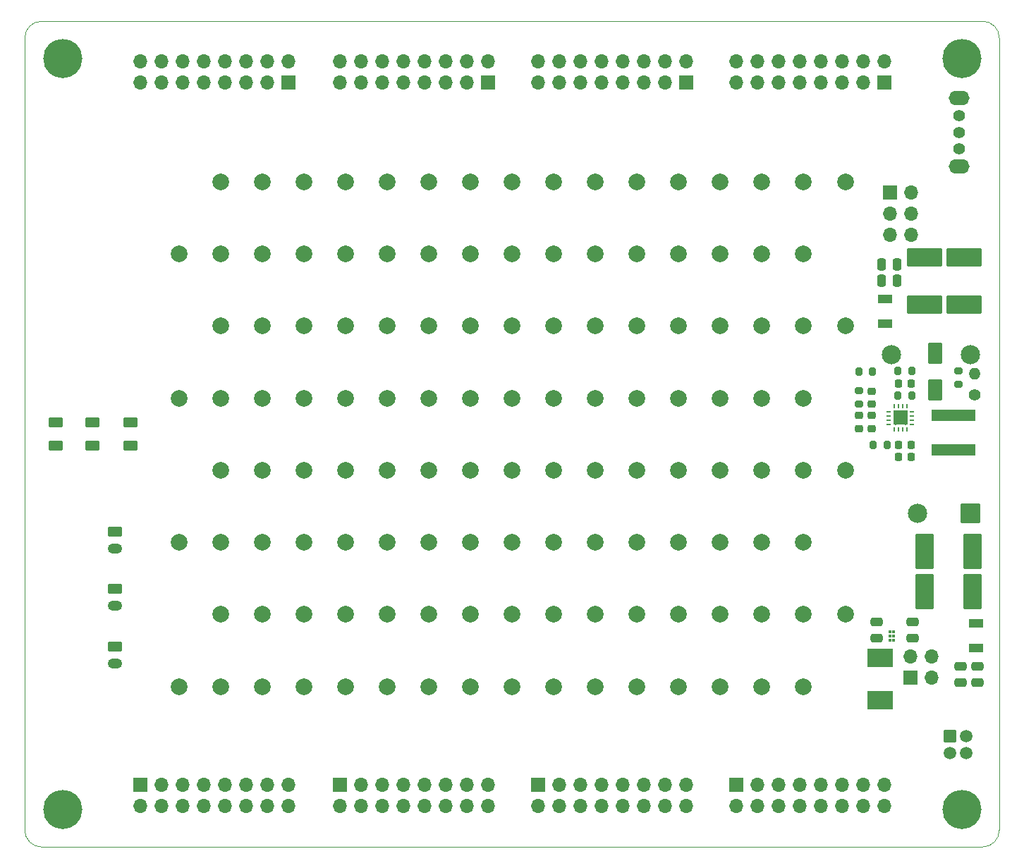
<source format=gbs>
G04 #@! TF.GenerationSoftware,KiCad,Pcbnew,(6.0.11)*
G04 #@! TF.CreationDate,2024-03-31T18:21:24-04:00*
G04 #@! TF.ProjectId,Ultrasonic Sound Steering - Driver Rev. C,556c7472-6173-46f6-9e69-6320536f756e,rev?*
G04 #@! TF.SameCoordinates,Original*
G04 #@! TF.FileFunction,Soldermask,Bot*
G04 #@! TF.FilePolarity,Negative*
%FSLAX46Y46*%
G04 Gerber Fmt 4.6, Leading zero omitted, Abs format (unit mm)*
G04 Created by KiCad (PCBNEW (6.0.11)) date 2024-03-31 18:21:24*
%MOMM*%
%LPD*%
G01*
G04 APERTURE LIST*
G04 Aperture macros list*
%AMRoundRect*
0 Rectangle with rounded corners*
0 $1 Rounding radius*
0 $2 $3 $4 $5 $6 $7 $8 $9 X,Y pos of 4 corners*
0 Add a 4 corners polygon primitive as box body*
4,1,4,$2,$3,$4,$5,$6,$7,$8,$9,$2,$3,0*
0 Add four circle primitives for the rounded corners*
1,1,$1+$1,$2,$3*
1,1,$1+$1,$4,$5*
1,1,$1+$1,$6,$7*
1,1,$1+$1,$8,$9*
0 Add four rect primitives between the rounded corners*
20,1,$1+$1,$2,$3,$4,$5,0*
20,1,$1+$1,$4,$5,$6,$7,0*
20,1,$1+$1,$6,$7,$8,$9,0*
20,1,$1+$1,$8,$9,$2,$3,0*%
G04 Aperture macros list end*
G04 #@! TA.AperFunction,Profile*
%ADD10C,0.100000*%
G04 #@! TD*
%ADD11R,1.700000X1.700000*%
%ADD12O,1.700000X1.700000*%
%ADD13C,4.700000*%
%ADD14RoundRect,0.250000X-0.625000X0.350000X-0.625000X-0.350000X0.625000X-0.350000X0.625000X0.350000X0*%
%ADD15O,1.750000X1.200000*%
%ADD16C,1.400000*%
%ADD17O,2.500000X1.724000*%
%ADD18C,2.004000*%
%ADD19RoundRect,0.250000X0.625000X-0.375000X0.625000X0.375000X-0.625000X0.375000X-0.625000X-0.375000X0*%
%ADD20RoundRect,0.271085X1.853915X-0.853915X1.853915X0.853915X-1.853915X0.853915X-1.853915X-0.853915X0*%
%ADD21RoundRect,0.250000X0.250000X0.475000X-0.250000X0.475000X-0.250000X-0.475000X0.250000X-0.475000X0*%
%ADD22RoundRect,0.200000X-0.200000X-0.275000X0.200000X-0.275000X0.200000X0.275000X-0.200000X0.275000X0*%
%ADD23R,5.308600X1.397000*%
%ADD24RoundRect,0.102000X-0.654000X0.654000X-0.654000X-0.654000X0.654000X-0.654000X0.654000X0.654000X0*%
%ADD25C,1.512000*%
%ADD26RoundRect,0.225000X0.250000X-0.225000X0.250000X0.225000X-0.250000X0.225000X-0.250000X-0.225000X0*%
%ADD27RoundRect,0.102000X1.050000X-1.050000X1.050000X1.050000X-1.050000X1.050000X-1.050000X-1.050000X0*%
%ADD28C,2.304000*%
%ADD29RoundRect,0.271085X-0.853915X-1.853915X0.853915X-1.853915X0.853915X1.853915X-0.853915X1.853915X0*%
%ADD30RoundRect,0.250000X0.475000X-0.250000X0.475000X0.250000X-0.475000X0.250000X-0.475000X-0.250000X0*%
%ADD31RoundRect,0.200000X0.275000X-0.200000X0.275000X0.200000X-0.275000X0.200000X-0.275000X-0.200000X0*%
%ADD32RoundRect,0.200000X0.200000X0.275000X-0.200000X0.275000X-0.200000X-0.275000X0.200000X-0.275000X0*%
%ADD33R,3.048000X2.286000*%
%ADD34C,0.450000*%
%ADD35RoundRect,0.225000X-0.250000X0.225000X-0.250000X-0.225000X0.250000X-0.225000X0.250000X0.225000X0*%
%ADD36R,1.803400X1.117600*%
%ADD37R,0.240000X0.599999*%
%ADD38R,0.599999X0.240000*%
%ADD39R,1.679999X1.679999*%
%ADD40C,0.499999*%
%ADD41RoundRect,0.102000X-0.785000X1.130000X-0.785000X-1.130000X0.785000X-1.130000X0.785000X1.130000X0*%
%ADD42RoundRect,0.250000X-0.475000X0.250000X-0.475000X-0.250000X0.475000X-0.250000X0.475000X0.250000X0*%
%ADD43RoundRect,0.225000X-0.225000X-0.250000X0.225000X-0.250000X0.225000X0.250000X-0.225000X0.250000X0*%
%ADD44O,1.400000X1.400000*%
G04 APERTURE END LIST*
D10*
X312719114Y-47450000D02*
X312714900Y-142595786D01*
X312719100Y-47450000D02*
G75*
G03*
X310719114Y-45450000I-2000000J0D01*
G01*
X195723314Y-142595786D02*
G75*
G03*
X197723328Y-144595786I1999986J-14D01*
G01*
X195723328Y-142595786D02*
X195723328Y-47454213D01*
X197723328Y-45454213D02*
X310719114Y-45450000D01*
X310714900Y-144595786D02*
X197723328Y-144595786D01*
X310714900Y-144595800D02*
G75*
G03*
X312714900Y-142595786I0J2000000D01*
G01*
X197723328Y-45454228D02*
G75*
G03*
X195723328Y-47454213I-28J-1999972D01*
G01*
D11*
X302090000Y-124255000D03*
D12*
X302090000Y-121715000D03*
X304630000Y-124255000D03*
X304630000Y-121715000D03*
D13*
X200250114Y-140100000D03*
D14*
X206560000Y-113635000D03*
D15*
X206560000Y-115635000D03*
D16*
X307920000Y-56790000D03*
X307920000Y-58790000D03*
X307920000Y-60790000D03*
D17*
X307920000Y-62890000D03*
X307920000Y-54690000D03*
D13*
X308250089Y-49950000D03*
D11*
X227405000Y-52840000D03*
D12*
X227405000Y-50300000D03*
X224865000Y-52840000D03*
X224865000Y-50300000D03*
X222325000Y-52840000D03*
X222325000Y-50300000D03*
X219785000Y-52840000D03*
X219785000Y-50300000D03*
X217245000Y-52840000D03*
X217245000Y-50300000D03*
X214705000Y-52840000D03*
X214705000Y-50300000D03*
X212165000Y-52840000D03*
X212165000Y-50300000D03*
X209625000Y-52840000D03*
X209625000Y-50300000D03*
D11*
X299590000Y-66000000D03*
D12*
X302130000Y-66000000D03*
X299590000Y-68540000D03*
X302130000Y-68540000D03*
X299590000Y-71080000D03*
X302130000Y-71080000D03*
D14*
X206560000Y-120540000D03*
D15*
X206560000Y-122540000D03*
D11*
X298905000Y-52840000D03*
D12*
X298905000Y-50300000D03*
X296365000Y-52840000D03*
X296365000Y-50300000D03*
X293825000Y-52840000D03*
X293825000Y-50300000D03*
X291285000Y-52840000D03*
X291285000Y-50300000D03*
X288745000Y-52840000D03*
X288745000Y-50300000D03*
X286205000Y-52840000D03*
X286205000Y-50300000D03*
X283665000Y-52840000D03*
X283665000Y-50300000D03*
X281125000Y-52840000D03*
X281125000Y-50300000D03*
D11*
X233517500Y-137160000D03*
D12*
X233517500Y-139700000D03*
X236057500Y-137160000D03*
X236057500Y-139700000D03*
X238597500Y-137160000D03*
X238597500Y-139700000D03*
X241137500Y-137160000D03*
X241137500Y-139700000D03*
X243677500Y-137160000D03*
X243677500Y-139700000D03*
X246217500Y-137160000D03*
X246217500Y-139700000D03*
X248757500Y-137160000D03*
X248757500Y-139700000D03*
X251297500Y-137160000D03*
X251297500Y-139700000D03*
D11*
X281125000Y-137160000D03*
D12*
X281125000Y-139700000D03*
X283665000Y-137160000D03*
X283665000Y-139700000D03*
X286205000Y-137160000D03*
X286205000Y-139700000D03*
X288745000Y-137160000D03*
X288745000Y-139700000D03*
X291285000Y-137160000D03*
X291285000Y-139700000D03*
X293825000Y-137160000D03*
X293825000Y-139700000D03*
X296365000Y-137160000D03*
X296365000Y-139700000D03*
X298905000Y-137160000D03*
X298905000Y-139700000D03*
D13*
X308250072Y-140100000D03*
D11*
X251297500Y-52840000D03*
D12*
X251297500Y-50300000D03*
X248757500Y-52840000D03*
X248757500Y-50300000D03*
X246217500Y-52840000D03*
X246217500Y-50300000D03*
X243677500Y-52840000D03*
X243677500Y-50300000D03*
X241137500Y-52840000D03*
X241137500Y-50300000D03*
X238597500Y-52840000D03*
X238597500Y-50300000D03*
X236057500Y-52840000D03*
X236057500Y-50300000D03*
X233517500Y-52840000D03*
X233517500Y-50300000D03*
D13*
X200250077Y-49950000D03*
D11*
X275120000Y-52840000D03*
D12*
X275120000Y-50300000D03*
X272580000Y-52840000D03*
X272580000Y-50300000D03*
X270040000Y-52840000D03*
X270040000Y-50300000D03*
X267500000Y-52840000D03*
X267500000Y-50300000D03*
X264960000Y-52840000D03*
X264960000Y-50300000D03*
X262420000Y-52840000D03*
X262420000Y-50300000D03*
X259880000Y-52840000D03*
X259880000Y-50300000D03*
X257340000Y-52840000D03*
X257340000Y-50300000D03*
D11*
X209625000Y-137160000D03*
D12*
X209625000Y-139700000D03*
X212165000Y-137160000D03*
X212165000Y-139700000D03*
X214705000Y-137160000D03*
X214705000Y-139700000D03*
X217245000Y-137160000D03*
X217245000Y-139700000D03*
X219785000Y-137160000D03*
X219785000Y-139700000D03*
X222325000Y-137160000D03*
X222325000Y-139700000D03*
X224865000Y-137160000D03*
X224865000Y-139700000D03*
X227405000Y-137160000D03*
X227405000Y-139700000D03*
D11*
X257340000Y-137160000D03*
D12*
X257340000Y-139700000D03*
X259880000Y-137160000D03*
X259880000Y-139700000D03*
X262420000Y-137160000D03*
X262420000Y-139700000D03*
X264960000Y-137160000D03*
X264960000Y-139700000D03*
X267500000Y-137160000D03*
X267500000Y-139700000D03*
X270040000Y-137160000D03*
X270040000Y-139700000D03*
X272580000Y-137160000D03*
X272580000Y-139700000D03*
X275120000Y-137160000D03*
X275120000Y-139700000D03*
D14*
X206560000Y-106735000D03*
D15*
X206560000Y-108735000D03*
D18*
X239220000Y-90702549D03*
X234220000Y-90702549D03*
X289220000Y-82042295D03*
X294220000Y-82042295D03*
X269220000Y-99354721D03*
X274220000Y-99354721D03*
D19*
X199450000Y-96410000D03*
X199450000Y-93610000D03*
D18*
X279220000Y-125335483D03*
X274220000Y-125335483D03*
D20*
X303720000Y-79510000D03*
X303720000Y-73785000D03*
D18*
X284220000Y-99354721D03*
X279220000Y-99354721D03*
D21*
X300480000Y-74640000D03*
X298580000Y-74640000D03*
D22*
X297595000Y-96290000D03*
X299245000Y-96290000D03*
D18*
X284220000Y-73382041D03*
X289220000Y-73382041D03*
D23*
X307210000Y-96942800D03*
X307210000Y-92777200D03*
D24*
X306775000Y-131320000D03*
D25*
X306775000Y-133320000D03*
X308775000Y-131320000D03*
X308775000Y-133320000D03*
D26*
X295910000Y-94362500D03*
X295910000Y-92812500D03*
D18*
X229220000Y-99354721D03*
X234220000Y-99354721D03*
X264220000Y-73382041D03*
X269220000Y-73382041D03*
X249220000Y-99354721D03*
X254220000Y-99354721D03*
D27*
X309260000Y-104530000D03*
D28*
X302920000Y-104530000D03*
X299740000Y-85470000D03*
X309260000Y-85470000D03*
D29*
X303775000Y-109150000D03*
X309500000Y-109150000D03*
D18*
X239220000Y-125335483D03*
X234220000Y-125335483D03*
X229220000Y-82042295D03*
X234220000Y-82042295D03*
X264220000Y-82042295D03*
X259220000Y-82042295D03*
D30*
X308020000Y-124830000D03*
X308020000Y-122930000D03*
X310100000Y-124830000D03*
X310100000Y-122930000D03*
D31*
X295910000Y-91452500D03*
X295910000Y-89802500D03*
D18*
X284220000Y-108014975D03*
X289220000Y-108014975D03*
X264220000Y-90702549D03*
X269220000Y-90702549D03*
X269220000Y-82042295D03*
X274220000Y-82042295D03*
X224220000Y-125335483D03*
X229220000Y-125335483D03*
X229220000Y-64721787D03*
X234220000Y-64721787D03*
D22*
X295835000Y-87480000D03*
X297485000Y-87480000D03*
D19*
X208400000Y-96400000D03*
X208400000Y-93600000D03*
D18*
X279220000Y-108014975D03*
X274220000Y-108014975D03*
X284210000Y-125328500D03*
X289210000Y-125328500D03*
X279220000Y-73382041D03*
X274220000Y-73382041D03*
X229220000Y-116675229D03*
X234220000Y-116675229D03*
X249220000Y-82042295D03*
X254220000Y-82042295D03*
D32*
X302205000Y-90397500D03*
X300555000Y-90397500D03*
D29*
X303775000Y-113950000D03*
X309500000Y-113950000D03*
D33*
X298393200Y-121920000D03*
X298393200Y-127000000D03*
D18*
X244220000Y-108014975D03*
X249220000Y-108014975D03*
X239220000Y-73382041D03*
X234220000Y-73382041D03*
X244220000Y-116675229D03*
X239220000Y-116675229D03*
X264220000Y-125335483D03*
X269220000Y-125335483D03*
D34*
X300060000Y-118790000D03*
X299560000Y-118790000D03*
X300060000Y-119290000D03*
X299560000Y-119290000D03*
X300060000Y-119790000D03*
X299560000Y-119790000D03*
D18*
X259220000Y-73382041D03*
X254220000Y-73382041D03*
D19*
X203875000Y-96400000D03*
X203875000Y-93600000D03*
D18*
X249220000Y-116675229D03*
X254220000Y-116675229D03*
D35*
X297370000Y-92812500D03*
X297370000Y-94362500D03*
D18*
X284220000Y-64721787D03*
X279220000Y-64721787D03*
D36*
X299030000Y-81798600D03*
X299030000Y-78801400D03*
D18*
X219220000Y-90702549D03*
X214220000Y-90702549D03*
D37*
X301585001Y-94490000D03*
X301085002Y-94490000D03*
X300585000Y-94490000D03*
X300085001Y-94490000D03*
D38*
X299435000Y-93839998D03*
X299435000Y-93340000D03*
X299435000Y-92839998D03*
X299435000Y-92339999D03*
D37*
X300085001Y-91690000D03*
X300585000Y-91690000D03*
X301085002Y-91690000D03*
X301585001Y-91690000D03*
D38*
X302234999Y-92339999D03*
X302234999Y-92839998D03*
X302234999Y-93340000D03*
X302234999Y-93839998D03*
D39*
X300835000Y-93064600D03*
D40*
X301424998Y-92500001D03*
X300245001Y-92500001D03*
X300245001Y-93679999D03*
X301424998Y-93679999D03*
X300835000Y-93090000D03*
D18*
X259220000Y-108014975D03*
X254220000Y-108014975D03*
X224220000Y-108014975D03*
X229220000Y-108014975D03*
X284220000Y-90702549D03*
X289220000Y-90702549D03*
X264220000Y-64721787D03*
X259220000Y-64721787D03*
X289220000Y-64721787D03*
X294220000Y-64721787D03*
X244220000Y-99354721D03*
X239220000Y-99354721D03*
X264220000Y-116675229D03*
X259220000Y-116675229D03*
X259220000Y-90702549D03*
X254220000Y-90702549D03*
X239220000Y-108014975D03*
X234220000Y-108014975D03*
X289220000Y-99354721D03*
X294220000Y-99354721D03*
X284220000Y-116675229D03*
X279220000Y-116675229D03*
X219220000Y-108014975D03*
X214220000Y-108014975D03*
X244220000Y-125335483D03*
X249220000Y-125335483D03*
X219220000Y-73382041D03*
X214220000Y-73382041D03*
D41*
X305035000Y-85340000D03*
X305035000Y-89690000D03*
D18*
X269220000Y-64721787D03*
X274220000Y-64721787D03*
D26*
X297370000Y-91402500D03*
X297370000Y-89852500D03*
D22*
X300555000Y-87477500D03*
X302205000Y-87477500D03*
D18*
X224220000Y-82042295D03*
X219220000Y-82042295D03*
X224220000Y-99354721D03*
X219220000Y-99354721D03*
X279220000Y-90702549D03*
X274220000Y-90702549D03*
X289220000Y-116675229D03*
X294220000Y-116675229D03*
D42*
X302320000Y-117600000D03*
X302320000Y-119500000D03*
D18*
X224220000Y-90702549D03*
X229220000Y-90702549D03*
D43*
X300605000Y-88937500D03*
X302155000Y-88937500D03*
D31*
X307840000Y-89065000D03*
X307840000Y-87415000D03*
D18*
X264220000Y-108014975D03*
X269220000Y-108014975D03*
X244220000Y-73382041D03*
X249220000Y-73382041D03*
X244220000Y-90702549D03*
X249220000Y-90702549D03*
X264220000Y-99354721D03*
X259220000Y-99354721D03*
D43*
X300605000Y-97790000D03*
X302155000Y-97790000D03*
D18*
X219220000Y-125335483D03*
X214220000Y-125335483D03*
D16*
X309740000Y-90350000D03*
D44*
X309740000Y-87810000D03*
D43*
X300605000Y-96327500D03*
X302155000Y-96327500D03*
D42*
X297990000Y-117600000D03*
X297990000Y-119500000D03*
D18*
X269220000Y-116675229D03*
X274220000Y-116675229D03*
X244220000Y-64721787D03*
X239220000Y-64721787D03*
X224220000Y-73382041D03*
X229220000Y-73382041D03*
X284220000Y-82042295D03*
X279220000Y-82042295D03*
D36*
X309930000Y-120738600D03*
X309930000Y-117741400D03*
D18*
X259220000Y-125335483D03*
X254220000Y-125335483D03*
D20*
X308525000Y-79510000D03*
X308525000Y-73785000D03*
D18*
X249220000Y-64721787D03*
X254220000Y-64721787D03*
X244220000Y-82042295D03*
X239220000Y-82042295D03*
D21*
X300480000Y-76600000D03*
X298580000Y-76600000D03*
D18*
X224220000Y-64721787D03*
X219220000Y-64721787D03*
X224220000Y-116675229D03*
X219220000Y-116675229D03*
M02*

</source>
